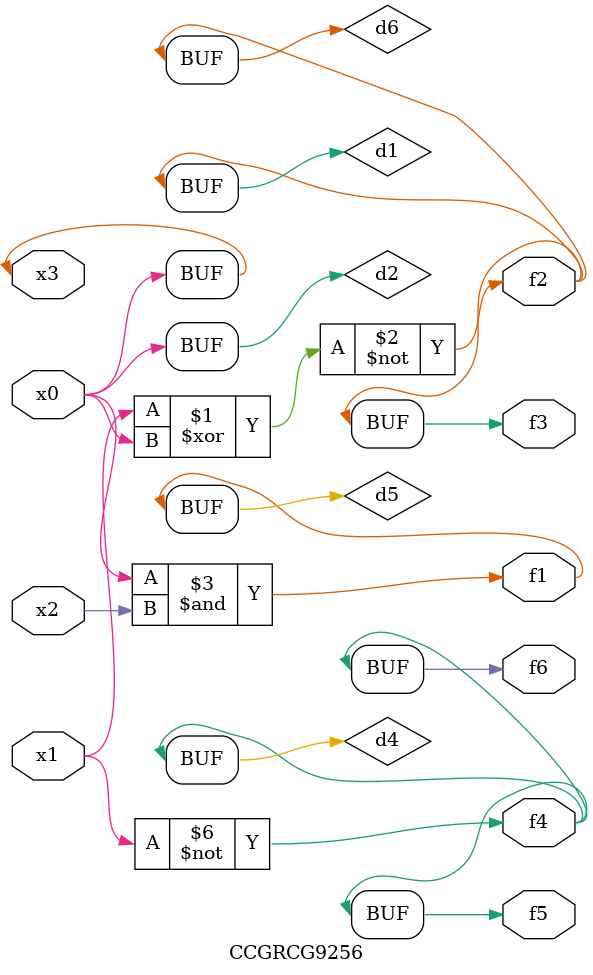
<source format=v>
module CCGRCG9256(
	input x0, x1, x2, x3,
	output f1, f2, f3, f4, f5, f6
);

	wire d1, d2, d3, d4, d5, d6;

	xnor (d1, x1, x3);
	buf (d2, x0, x3);
	nand (d3, x0, x2);
	not (d4, x1);
	nand (d5, d3);
	or (d6, d1);
	assign f1 = d5;
	assign f2 = d6;
	assign f3 = d6;
	assign f4 = d4;
	assign f5 = d4;
	assign f6 = d4;
endmodule

</source>
